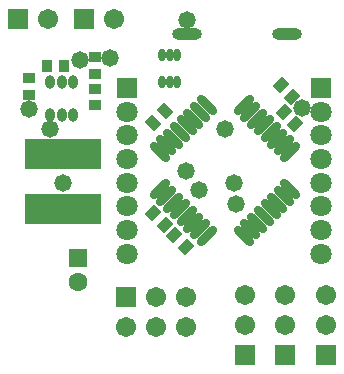
<source format=gts>
%FSTAX23Y23*%
%MOIN*%
%SFA1B1*%

%IPPOS*%
%AMD40*
4,1,4,-0.029900,-0.009000,-0.009000,-0.029900,0.029900,0.009000,0.009000,0.029900,-0.029900,-0.009000,0.0*
1,1,0.029654,-0.019400,-0.019400*
1,1,0.029654,0.019400,0.019400*
%
%AMD41*
4,1,4,0.009000,-0.029900,0.029900,-0.009000,-0.009000,0.029900,-0.029900,0.009000,0.009000,-0.029900,0.0*
1,1,0.029654,0.019400,-0.019400*
1,1,0.029654,-0.019400,0.019400*
%
%AMD46*
4,1,4,0.027900,-0.002800,-0.002800,0.027900,-0.027900,0.002800,0.002800,-0.027900,0.027900,-0.002800,0.0*
%
%AMD47*
4,1,4,-0.002800,-0.027900,0.027900,0.002800,0.002800,0.027900,-0.027900,-0.002800,-0.002800,-0.027900,0.0*
%
%ADD38O,0.031622X0.045401*%
%ADD39O,0.098551X0.039496*%
G04~CAMADD=40~3~0.0~0.0~296.5~847.7~0.0~0.0~0~0.0~0.0~0.0~0.0~0~0.0~0.0~0.0~0.0~0~0.0~0.0~0.0~135.0~684.0~684.0*
%ADD40D40*%
G04~CAMADD=41~3~0.0~0.0~296.5~847.7~0.0~0.0~0~0.0~0.0~0.0~0.0~0~0.0~0.0~0.0~0.0~0~0.0~0.0~0.0~225.0~684.0~684.0*
%ADD41D41*%
%ADD42O,0.023748X0.041464*%
%ADD43R,0.256818X0.100913*%
%ADD44R,0.043433X0.035559*%
%ADD45R,0.035559X0.043433*%
G04~CAMADD=46~9~0.0~0.0~434.3~355.6~0.0~0.0~0~0.0~0.0~0.0~0.0~0~0.0~0.0~0.0~0.0~0~0.0~0.0~0.0~315.0~558.0~557.0*
%ADD46D46*%
G04~CAMADD=47~9~0.0~0.0~434.3~355.6~0.0~0.0~0~0.0~0.0~0.0~0.0~0~0.0~0.0~0.0~0.0~0~0.0~0.0~0.0~225.0~558.0~557.0*
%ADD47D47*%
%ADD48R,0.070992X0.070992*%
%ADD49C,0.070992*%
%ADD50R,0.067055X0.067055*%
%ADD51C,0.067055*%
%ADD52C,0.063118*%
%ADD53R,0.063118X0.063118*%
%ADD54R,0.067055X0.067055*%
%ADD55C,0.058000*%
G54D38*
X01307Y0458D03*
X0127D03*
X01232D03*
X01307Y04689D03*
X0127D03*
X01232D03*
G54D39*
X02022Y0485D03*
X01687D03*
G54D40*
X01876Y04612D03*
X01899Y0459D03*
X01921Y04568D03*
X01943Y04546D03*
X01966Y04523D03*
X01988Y04501D03*
X0201Y04479D03*
X02032Y04456D03*
X01753Y04177D03*
X0173Y04199D03*
X01708Y04221D03*
X01686Y04243D03*
X01663Y04266D03*
X01641Y04288D03*
X01619Y0431D03*
X01597Y04333D03*
G54D41*
X02032Y04333D03*
X0201Y0431D03*
X01988Y04288D03*
X01966Y04266D03*
X01943Y04243D03*
X01921Y04221D03*
X01899Y04199D03*
X01876Y04177D03*
X01597Y04456D03*
X01619Y04479D03*
X01641Y04501D03*
X01663Y04523D03*
X01686Y04546D03*
X01708Y04568D03*
X0173Y0459D03*
X01753Y04612D03*
G54D42*
X01604Y04779D03*
X0163D03*
X01655D03*
X01604Y0469D03*
X0163D03*
X01655D03*
G54D43*
X01275Y04268D03*
Y04451D03*
G54D44*
X0138Y04612D03*
Y04667D03*
Y04717D03*
Y04772D03*
X0116Y04647D03*
Y04702D03*
G54D45*
X01222Y04745D03*
X01277D03*
G54D46*
X01575Y04555D03*
X01614Y04594D03*
G54D47*
X01645Y04179D03*
X01684Y0414D03*
X01575Y04254D03*
X01614Y04215D03*
X02039Y0464D03*
X02Y04679D03*
X0201Y04589D03*
X02049Y0455D03*
G54D48*
X01486Y0467D03*
X02135D03*
G54D49*
X01486Y04591D03*
Y04512D03*
Y04433D03*
Y04355D03*
Y04276D03*
Y04197D03*
Y04118D03*
X02135Y04591D03*
Y04512D03*
Y04433D03*
Y04355D03*
Y04276D03*
Y04197D03*
Y04118D03*
G54D50*
X01345Y049D03*
X01125D03*
X01485Y03975D03*
G54D51*
X01445Y049D03*
X01225D03*
X01485Y03875D03*
X01585Y03975D03*
Y03875D03*
X01685Y03975D03*
Y03875D03*
X0215Y0388D03*
Y0398D03*
X02015Y0388D03*
Y0398D03*
X0188Y0388D03*
Y0398D03*
G54D52*
X01325Y04025D03*
G54D53*
X01325Y04104D03*
G54D54*
X0215Y0378D03*
X02015D03*
X0188D03*
G54D55*
X01845Y04355D03*
X01685Y04395D03*
X01275Y04355D03*
X0185Y04285D03*
X01815Y04535D03*
X0207Y04605D03*
X01432Y0477D03*
X01687Y04897D03*
X0133Y04765D03*
X01232Y04532D03*
X0116Y046D03*
X01727Y0433D03*
M02*
</source>
